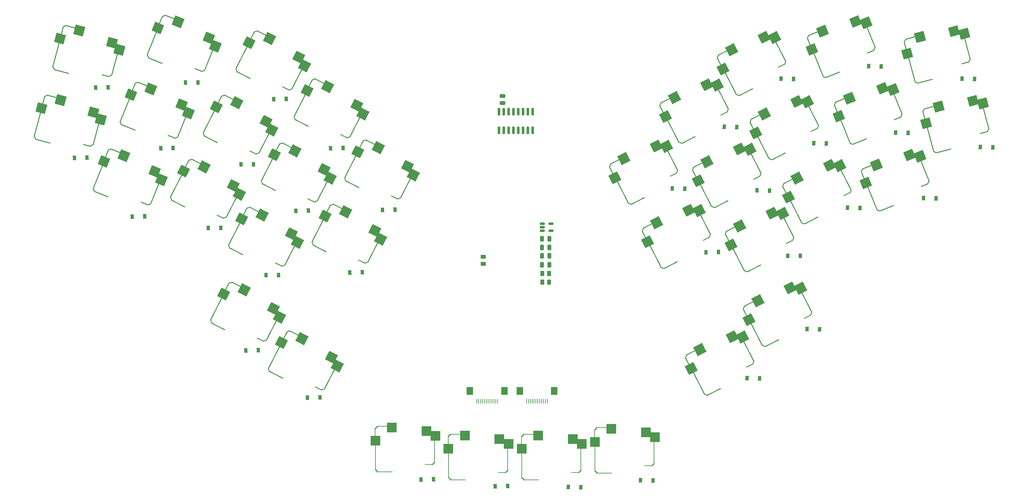
<source format=gbr>
%TF.GenerationSoftware,KiCad,Pcbnew,(6.0.4)*%
%TF.CreationDate,2022-10-17T18:10:13+02:00*%
%TF.ProjectId,Batreeq,42617472-6565-4712-9e6b-696361645f70,rev?*%
%TF.SameCoordinates,Original*%
%TF.FileFunction,Paste,Bot*%
%TF.FilePolarity,Positive*%
%FSLAX46Y46*%
G04 Gerber Fmt 4.6, Leading zero omitted, Abs format (unit mm)*
G04 Created by KiCad (PCBNEW (6.0.4)) date 2022-10-17 18:10:13*
%MOMM*%
%LPD*%
G01*
G04 APERTURE LIST*
G04 Aperture macros list*
%AMRoundRect*
0 Rectangle with rounded corners*
0 $1 Rounding radius*
0 $2 $3 $4 $5 $6 $7 $8 $9 X,Y pos of 4 corners*
0 Add a 4 corners polygon primitive as box body*
4,1,4,$2,$3,$4,$5,$6,$7,$8,$9,$2,$3,0*
0 Add four circle primitives for the rounded corners*
1,1,$1+$1,$2,$3*
1,1,$1+$1,$4,$5*
1,1,$1+$1,$6,$7*
1,1,$1+$1,$8,$9*
0 Add four rect primitives between the rounded corners*
20,1,$1+$1,$2,$3,$4,$5,0*
20,1,$1+$1,$4,$5,$6,$7,0*
20,1,$1+$1,$6,$7,$8,$9,0*
20,1,$1+$1,$8,$9,$2,$3,0*%
%AMRotRect*
0 Rectangle, with rotation*
0 The origin of the aperture is its center*
0 $1 length*
0 $2 width*
0 $3 Rotation angle, in degrees counterclockwise*
0 Add horizontal line*
21,1,$1,$2,0,0,$3*%
G04 Aperture macros list end*
%ADD10RoundRect,0.062500X-0.347636X-0.272877X0.410136X0.164623X0.347636X0.272877X-0.410136X-0.164623X0*%
%ADD11RotRect,7.000000X0.250000X75.000000*%
%ADD12RotRect,2.000000X0.250000X345.000000*%
%ADD13RotRect,2.550000X2.500000X345.000000*%
%ADD14RotRect,2.600000X2.600000X345.000000*%
%ADD15RotRect,3.000000X0.250000X165.000000*%
%ADD16RoundRect,0.062500X-0.272877X0.347636X0.164623X-0.410136X0.272877X-0.347636X-0.164623X0.410136X0*%
%ADD17RoundRect,0.062500X0.347636X0.272877X-0.410136X-0.164623X-0.347636X-0.272877X0.410136X0.164623X0*%
%ADD18RotRect,4.000000X0.250000X345.000000*%
%ADD19RotRect,7.000000X0.250000X255.000000*%
%ADD20RotRect,4.000000X0.250000X255.000000*%
%ADD21RotRect,2.550000X2.500000X27.000000*%
%ADD22RoundRect,0.062500X-0.075754X-0.435401X0.194636X0.396774X0.075754X0.435401X-0.194636X-0.396774X0*%
%ADD23RotRect,2.600000X2.600000X27.000000*%
%ADD24RotRect,7.000000X0.250000X117.000000*%
%ADD25RotRect,2.000000X0.250000X27.000000*%
%ADD26RotRect,7.000000X0.250000X297.000000*%
%ADD27RotRect,3.000000X0.250000X207.000000*%
%ADD28RoundRect,0.062500X-0.435401X0.075754X0.396774X-0.194636X0.435401X-0.075754X-0.396774X0.194636X0*%
%ADD29RoundRect,0.062500X0.075754X0.435401X-0.194636X-0.396774X-0.075754X-0.435401X0.194636X0.396774X0*%
%ADD30RotRect,4.000000X0.250000X27.000000*%
%ADD31RotRect,4.000000X0.250000X297.000000*%
%ADD32RotRect,2.600000X2.600000X15.000000*%
%ADD33RotRect,7.000000X0.250000X105.000000*%
%ADD34RotRect,2.000000X0.250000X15.000000*%
%ADD35RotRect,2.550000X2.500000X15.000000*%
%ADD36RoundRect,0.062500X-0.164623X-0.410136X0.272877X0.347636X0.164623X0.410136X-0.272877X-0.347636X0*%
%ADD37RotRect,4.000000X0.250000X15.000000*%
%ADD38RoundRect,0.062500X0.164623X0.410136X-0.272877X-0.347636X-0.164623X-0.410136X0.272877X0.347636X0*%
%ADD39RotRect,4.000000X0.250000X285.000000*%
%ADD40RotRect,3.000000X0.250000X195.000000*%
%ADD41RoundRect,0.062500X-0.410136X0.164623X0.347636X-0.272877X0.410136X-0.164623X-0.347636X0.272877X0*%
%ADD42RotRect,7.000000X0.250000X285.000000*%
%ADD43RotRect,7.000000X0.250000X63.000000*%
%ADD44RotRect,2.000000X0.250000X333.000000*%
%ADD45RoundRect,0.062500X-0.396774X-0.194636X0.435401X0.075754X0.396774X0.194636X-0.435401X-0.075754X0*%
%ADD46RotRect,2.550000X2.500000X333.000000*%
%ADD47RotRect,2.600000X2.600000X333.000000*%
%ADD48RotRect,7.000000X0.250000X243.000000*%
%ADD49RoundRect,0.062500X0.396774X0.194636X-0.435401X-0.075754X-0.396774X-0.194636X0.435401X0.075754X0*%
%ADD50RotRect,4.000000X0.250000X243.000000*%
%ADD51RotRect,3.000000X0.250000X153.000000*%
%ADD52RotRect,4.000000X0.250000X333.000000*%
%ADD53RoundRect,0.062500X-0.194636X0.396774X0.075754X-0.435401X0.194636X-0.396774X-0.075754X0.435401X0*%
%ADD54R,0.250000X7.000000*%
%ADD55R,2.550000X2.500000*%
%ADD56R,2.600000X2.600000*%
%ADD57RoundRect,0.062500X-0.265165X-0.353553X0.353553X0.265165X0.265165X0.353553X-0.353553X-0.265165X0*%
%ADD58R,2.000000X0.250000*%
%ADD59R,4.000000X0.250000*%
%ADD60RoundRect,0.062500X0.265165X0.353553X-0.353553X-0.265165X-0.265165X-0.353553X0.353553X0.265165X0*%
%ADD61R,0.250000X4.000000*%
%ADD62RoundRect,0.062500X-0.353553X0.265165X0.265165X-0.353553X0.353553X-0.265165X-0.265165X0.353553X0*%
%ADD63R,3.000000X0.250000*%
%ADD64RotRect,7.000000X0.250000X112.000000*%
%ADD65RotRect,2.600000X2.600000X22.000000*%
%ADD66RoundRect,0.062500X-0.113413X-0.427142X0.228476X0.378300X0.113413X0.427142X-0.228476X-0.378300X0*%
%ADD67RotRect,2.000000X0.250000X22.000000*%
%ADD68RotRect,2.550000X2.500000X22.000000*%
%ADD69RotRect,4.000000X0.250000X22.000000*%
%ADD70RoundRect,0.062500X-0.427142X0.113413X0.378300X-0.228476X0.427142X-0.113413X-0.378300X0.228476X0*%
%ADD71RotRect,4.000000X0.250000X292.000000*%
%ADD72RoundRect,0.062500X0.113413X0.427142X-0.228476X-0.378300X-0.113413X-0.427142X0.228476X0.378300X0*%
%ADD73RotRect,7.000000X0.250000X292.000000*%
%ADD74RotRect,3.000000X0.250000X202.000000*%
%ADD75RotRect,2.000000X0.250000X338.000000*%
%ADD76RotRect,7.000000X0.250000X68.000000*%
%ADD77RoundRect,0.062500X-0.378300X-0.228476X0.427142X0.113413X0.378300X0.228476X-0.427142X-0.113413X0*%
%ADD78RotRect,2.600000X2.600000X338.000000*%
%ADD79RotRect,2.550000X2.500000X338.000000*%
%ADD80RotRect,4.000000X0.250000X338.000000*%
%ADD81RotRect,4.000000X0.250000X248.000000*%
%ADD82RoundRect,0.062500X-0.228476X0.378300X0.113413X-0.427142X0.228476X-0.378300X-0.113413X0.427142X0*%
%ADD83RotRect,7.000000X0.250000X248.000000*%
%ADD84RoundRect,0.062500X0.378300X0.228476X-0.427142X-0.113413X-0.378300X-0.228476X0.427142X0.113413X0*%
%ADD85RotRect,3.000000X0.250000X158.000000*%
%ADD86RotRect,0.900000X1.200000X358.000000*%
%ADD87RoundRect,0.250000X0.250000X0.475000X-0.250000X0.475000X-0.250000X-0.475000X0.250000X-0.475000X0*%
%ADD88R,0.900000X1.200000*%
%ADD89R,0.280000X1.250000*%
%ADD90R,1.800000X2.000000*%
%ADD91RotRect,0.900000X1.200000X2.000000*%
%ADD92RoundRect,0.150000X0.150000X-0.825000X0.150000X0.825000X-0.150000X0.825000X-0.150000X-0.825000X0*%
%ADD93RoundRect,0.250000X0.262500X0.450000X-0.262500X0.450000X-0.262500X-0.450000X0.262500X-0.450000X0*%
%ADD94RoundRect,0.250000X-0.262500X-0.450000X0.262500X-0.450000X0.262500X0.450000X-0.262500X0.450000X0*%
%ADD95RotRect,0.900000X1.200000X1.000000*%
%ADD96RoundRect,0.250000X0.450000X-0.262500X0.450000X0.262500X-0.450000X0.262500X-0.450000X-0.262500X0*%
%ADD97RotRect,0.900000X1.200000X359.000000*%
%ADD98RoundRect,0.250000X-0.250000X-0.475000X0.250000X-0.475000X0.250000X0.475000X-0.250000X0.475000X0*%
%ADD99RoundRect,0.150000X-0.512500X-0.150000X0.512500X-0.150000X0.512500X0.150000X-0.512500X0.150000X0*%
%ADD100RoundRect,0.250000X0.475000X-0.250000X0.475000X0.250000X-0.475000X0.250000X-0.475000X-0.250000X0*%
G04 APERTURE END LIST*
D10*
%TO.C,SW7*%
X39010355Y-70066348D03*
D11*
X40264501Y-66510160D03*
D12*
X37727334Y-70022093D03*
D13*
X39405176Y-61298445D03*
D14*
X41407859Y-63215404D03*
D15*
X28682725Y-57168507D03*
D16*
X24030284Y-68060886D03*
D14*
X30824002Y-58098436D03*
D17*
X26897422Y-56989666D03*
D18*
X26129466Y-68922890D03*
D19*
X24722257Y-64354063D03*
D13*
X25741297Y-60270245D03*
D20*
X26031505Y-59096966D03*
%TD*%
D21*
%TO.C,SW26*%
X223252998Y-107690753D03*
D22*
X228826461Y-114470762D03*
D23*
X226023977Y-107775275D03*
D24*
X227378918Y-110988811D03*
D25*
X227843378Y-115296382D03*
D26*
X214386070Y-119786311D03*
D27*
X212521195Y-111796332D03*
D28*
X216352183Y-123004037D03*
D21*
X212410756Y-116069572D03*
D29*
X211074789Y-112858027D03*
D30*
X218488972Y-122240004D03*
D31*
X211841347Y-115003468D03*
D23*
X214734719Y-111054609D03*
%TD*%
D32*
%TO.C,SW34*%
X269227043Y-40578499D03*
D33*
X269884244Y-44003519D03*
D34*
X269442961Y-48313527D03*
D35*
X266534190Y-39919704D03*
D36*
X270576216Y-47710342D03*
D37*
X258849310Y-53160522D03*
D38*
X253547767Y-42442070D03*
D39*
X253851511Y-44700004D03*
D40*
X255183304Y-41704299D03*
D41*
X256600363Y-53463596D03*
D32*
X257502670Y-41439002D03*
D42*
X255346218Y-49907408D03*
D35*
X254186823Y-45861198D03*
%TD*%
D25*
%TO.C,SW21*%
X212570710Y-128154481D03*
D21*
X207980330Y-120548852D03*
D24*
X212106250Y-123846910D03*
D23*
X210751309Y-120633374D03*
D22*
X213553793Y-127328861D03*
D31*
X196568679Y-127861567D03*
D30*
X203216304Y-135098103D03*
D29*
X195802121Y-125716126D03*
D23*
X199462051Y-123912708D03*
D28*
X201079515Y-135862136D03*
D27*
X197248527Y-124654431D03*
D21*
X197138088Y-128927671D03*
D26*
X199113402Y-132644410D03*
%TD*%
D24*
%TO.C,SW25*%
X213997586Y-74301088D03*
D25*
X214462046Y-78608659D03*
D22*
X215445129Y-77783039D03*
D23*
X212642645Y-71087552D03*
D21*
X209871666Y-71003030D03*
D27*
X199139863Y-75108609D03*
D23*
X201353387Y-74366886D03*
D31*
X198460015Y-78315745D03*
D28*
X202970851Y-86316314D03*
D29*
X197693457Y-76170304D03*
D30*
X205107640Y-85552281D03*
D26*
X201004738Y-83098588D03*
D21*
X199029424Y-79381849D03*
%TD*%
D43*
%TO.C,SW4*%
X93363765Y-52066228D03*
D44*
X90151869Y-54973911D03*
D45*
X91397651Y-55283954D03*
D46*
X93606795Y-46789738D03*
D47*
X95167155Y-49081188D03*
X85878459Y-41875530D03*
D48*
X78609433Y-46725834D03*
D49*
X82268211Y-39974608D03*
D50*
X80983084Y-41855824D03*
D51*
X83977316Y-40520726D03*
D52*
X79035980Y-51487395D03*
D46*
X80455278Y-42943127D03*
D53*
X77161890Y-50207784D03*
%TD*%
D45*
%TO.C,SW8*%
X106745769Y-67948576D03*
D46*
X108954913Y-59454360D03*
D44*
X105499987Y-67638533D03*
D43*
X108711883Y-64730850D03*
D47*
X110515273Y-61745810D03*
D48*
X93957551Y-59390456D03*
D46*
X95803396Y-55607749D03*
D51*
X99325434Y-53185348D03*
D47*
X101226577Y-54540152D03*
D50*
X96331202Y-54520446D03*
D52*
X94384098Y-64152017D03*
D49*
X97616329Y-52639230D03*
D53*
X92510008Y-62872406D03*
%TD*%
D54*
%TO.C,SW22*%
X168064279Y-152317797D03*
D55*
X165885344Y-147506077D03*
D56*
X168315932Y-148839385D03*
D57*
X167773276Y-156077409D03*
D58*
X166522520Y-156366732D03*
D59*
X155035344Y-158306732D03*
D54*
X152493585Y-154257797D03*
D60*
X152688588Y-146581361D03*
D61*
X152397585Y-148840973D03*
D56*
X156768343Y-146636077D03*
D62*
X152784588Y-158017409D03*
D63*
X154459344Y-146292038D03*
D55*
X152420932Y-150049385D03*
%TD*%
D54*
%TO.C,SW27*%
X187368281Y-150539798D03*
D57*
X187077278Y-154299410D03*
D56*
X187619934Y-147061386D03*
D55*
X185189346Y-145728078D03*
D58*
X185826522Y-154588733D03*
D62*
X172088590Y-156239410D03*
D61*
X171701587Y-147062974D03*
D54*
X171797587Y-152479798D03*
D63*
X173763346Y-144514039D03*
D55*
X171724934Y-148271386D03*
D59*
X174339346Y-156528733D03*
D60*
X171992590Y-144803362D03*
D56*
X176072345Y-144858078D03*
%TD*%
D64*
%TO.C,SW33*%
X251484253Y-58608961D03*
D65*
X250414546Y-55289562D03*
D66*
X252622816Y-62203823D03*
D67*
X251571516Y-62940620D03*
D68*
X247661478Y-54963855D03*
D65*
X238882434Y-57572493D03*
D69*
X241647530Y-69042529D03*
D70*
X239452282Y-69617421D03*
D71*
X235655906Y-61254152D03*
D72*
X235079254Y-59050065D03*
D68*
X236130232Y-62365826D03*
D73*
X237774094Y-66240582D03*
D74*
X236612689Y-58118472D03*
%TD*%
D44*
%TO.C,SW16*%
X98765506Y-134113482D03*
D47*
X103780792Y-128220759D03*
D43*
X101977402Y-131205799D03*
D45*
X100011288Y-134423525D03*
D46*
X102220432Y-125929309D03*
X89068915Y-122082698D03*
D52*
X87649617Y-130626966D03*
D49*
X90881848Y-119114179D03*
D47*
X94492096Y-121015101D03*
D51*
X92590953Y-119660297D03*
D53*
X85775527Y-129347355D03*
D48*
X87223070Y-125865405D03*
D50*
X89596721Y-120995395D03*
%TD*%
D24*
%TO.C,SW28*%
X220508925Y-44786433D03*
D25*
X220973385Y-49094004D03*
D21*
X216383005Y-41488375D03*
D23*
X219153984Y-41572897D03*
D22*
X221956468Y-48268384D03*
D23*
X207864726Y-44852231D03*
D28*
X209482190Y-56801659D03*
D27*
X205651202Y-45593954D03*
D31*
X204971354Y-48801090D03*
D26*
X207516077Y-53583933D03*
D30*
X211618979Y-56037626D03*
D21*
X205540763Y-49867194D03*
D29*
X204204796Y-46655649D03*
%TD*%
D43*
%TO.C,SW5*%
X84737949Y-68995352D03*
D45*
X82771835Y-72213078D03*
D46*
X84980979Y-63718862D03*
D44*
X81526053Y-71903035D03*
D47*
X86541339Y-66010312D03*
D50*
X72357268Y-58784948D03*
D53*
X68536074Y-67136908D03*
D51*
X75351500Y-57449850D03*
D48*
X69983617Y-63654958D03*
D46*
X71829462Y-59872251D03*
D52*
X70410164Y-68416519D03*
D49*
X73642395Y-56903732D03*
D47*
X77252643Y-58804654D03*
%TD*%
D44*
%TO.C,SW15*%
X88248348Y-101496783D03*
D47*
X93263634Y-95604060D03*
D45*
X89494130Y-101806826D03*
D43*
X91460244Y-98589100D03*
D46*
X91703274Y-93312610D03*
D49*
X80364690Y-86497480D03*
D52*
X77132459Y-98010267D03*
D51*
X82073795Y-87043598D03*
D53*
X75258369Y-96730656D03*
D50*
X79079563Y-88378696D03*
D47*
X83974938Y-88398402D03*
D46*
X78551757Y-89465999D03*
D48*
X76705912Y-93248706D03*
%TD*%
D34*
%TO.C,SW31*%
X274369185Y-66673575D03*
D36*
X275502440Y-66070390D03*
D35*
X271460414Y-58279752D03*
D32*
X274153267Y-58938547D03*
D33*
X274810468Y-62363567D03*
D42*
X260272442Y-68267456D03*
D32*
X262428894Y-59799050D03*
D38*
X258473991Y-60802118D03*
D35*
X259113047Y-64221246D03*
D39*
X258777735Y-63060052D03*
D37*
X263775534Y-71520570D03*
D41*
X261526587Y-71823644D03*
D40*
X260109528Y-60064347D03*
%TD*%
D22*
%TO.C,SW23*%
X239208105Y-82126631D03*
D25*
X238225022Y-82952251D03*
D24*
X237760562Y-78644680D03*
D23*
X236405621Y-75431144D03*
D21*
X233634642Y-75346622D03*
D29*
X221456433Y-80513896D03*
D28*
X226733827Y-90659906D03*
D26*
X224767714Y-87442180D03*
D31*
X222222991Y-82659337D03*
D27*
X222902839Y-79452201D03*
D23*
X225116363Y-78710478D03*
D21*
X222792400Y-83725441D03*
D30*
X228870616Y-89895873D03*
%TD*%
D75*
%TO.C,SW6*%
X52905360Y-85407570D03*
D76*
X55851612Y-82231017D03*
D77*
X54173424Y-85607856D03*
D78*
X57387977Y-79100160D03*
D79*
X55633841Y-76953424D03*
D80*
X41527900Y-82903135D03*
D81*
X42628148Y-73138515D03*
D79*
X42197116Y-74267681D03*
D82*
X39549417Y-81791732D03*
D83*
X40687980Y-78196869D03*
D84*
X43744427Y-71152451D03*
D78*
X47506613Y-72731486D03*
D85*
X45494626Y-71547532D03*
%TD*%
D54*
%TO.C,SW12*%
X129458693Y-150197799D03*
D55*
X127279758Y-145386079D03*
D57*
X129167690Y-153957411D03*
D56*
X129710346Y-146719387D03*
D58*
X127916934Y-154246734D03*
D55*
X113815346Y-147929387D03*
D56*
X118162757Y-144516079D03*
D63*
X115853758Y-144172040D03*
D62*
X114179002Y-155897411D03*
D59*
X116429758Y-156186734D03*
D61*
X113791999Y-146720975D03*
D54*
X113887999Y-152137799D03*
D60*
X114083002Y-144461363D03*
%TD*%
D78*
%TO.C,SW1*%
X71623026Y-43867174D03*
D76*
X70086661Y-46998031D03*
D77*
X68408473Y-50374870D03*
D79*
X69868890Y-41720438D03*
D75*
X67140409Y-50174584D03*
D79*
X56432165Y-39034695D03*
D85*
X59729675Y-36314546D03*
D83*
X54923029Y-42963883D03*
D84*
X57979476Y-35919465D03*
D80*
X55762949Y-47670149D03*
D78*
X61741662Y-37498500D03*
D82*
X53784466Y-46558746D03*
D81*
X56863197Y-37905529D03*
%TD*%
D46*
%TO.C,SW11*%
X86947762Y-113071206D03*
D44*
X83492836Y-121255379D03*
D47*
X88508122Y-115362656D03*
D43*
X86704732Y-118347696D03*
D45*
X84738618Y-121565422D03*
D49*
X75609178Y-106256076D03*
D47*
X79219426Y-108156998D03*
D50*
X74324051Y-108137292D03*
D51*
X77318283Y-106802194D03*
D52*
X72376947Y-117768863D03*
D48*
X71950400Y-113007302D03*
D53*
X70502857Y-116489252D03*
D46*
X73796245Y-109224595D03*
%TD*%
D21*
%TO.C,SW19*%
X196520066Y-87120722D03*
D25*
X201110446Y-94726351D03*
D23*
X199291045Y-87205244D03*
D24*
X200645986Y-90418780D03*
D22*
X202093529Y-93900731D03*
D28*
X189619251Y-102434006D03*
D23*
X188001787Y-90484578D03*
D26*
X187653138Y-99216280D03*
D30*
X191756040Y-101669973D03*
D21*
X185677824Y-95499541D03*
D31*
X185108415Y-94433437D03*
D29*
X184341857Y-92287996D03*
D27*
X185788263Y-91226301D03*
%TD*%
D14*
%TO.C,SW3*%
X46317910Y-44845013D03*
D13*
X44315227Y-42928054D03*
D12*
X42637385Y-51651702D03*
D10*
X43920406Y-51695957D03*
D11*
X45174552Y-48139769D03*
D18*
X31039517Y-50552499D03*
D20*
X30941556Y-40726575D03*
D13*
X30651348Y-41899854D03*
D17*
X31807473Y-38619275D03*
D14*
X35734053Y-39728045D03*
D15*
X33592776Y-38798116D03*
D16*
X28940335Y-49690495D03*
D19*
X29632308Y-45983672D03*
%TD*%
D46*
%TO.C,SW10*%
X76355157Y-80647987D03*
D43*
X76112127Y-85924477D03*
D47*
X77915517Y-82939437D03*
D45*
X74146013Y-89142203D03*
D44*
X72900231Y-88832160D03*
D53*
X59910252Y-84066033D03*
D46*
X63203640Y-76801376D03*
D52*
X61784342Y-85345644D03*
D49*
X65016573Y-73832857D03*
D50*
X63731446Y-75714073D03*
D48*
X61357795Y-80584083D03*
D47*
X68626821Y-75733779D03*
D51*
X66725678Y-74378975D03*
%TD*%
D66*
%TO.C,SW32*%
X245505292Y-44587332D03*
D68*
X240543954Y-37347364D03*
D67*
X244453992Y-45324129D03*
D65*
X243297022Y-37673071D03*
D64*
X244366729Y-40992470D03*
D72*
X227961730Y-41433574D03*
D68*
X229012708Y-44749335D03*
D69*
X234530006Y-51426038D03*
D73*
X230656570Y-48624091D03*
D74*
X229495165Y-40501981D03*
D71*
X228538382Y-43637661D03*
D70*
X232334758Y-52000930D03*
D65*
X231764910Y-39956002D03*
%TD*%
D47*
%TO.C,SW9*%
X101889451Y-78674935D03*
D45*
X98119947Y-84877701D03*
D46*
X100329091Y-76383485D03*
D43*
X100086061Y-81659975D03*
D44*
X96874165Y-84567658D03*
D48*
X85331729Y-76319581D03*
D53*
X83884186Y-79801531D03*
D49*
X88990507Y-69568355D03*
D47*
X92600755Y-71469277D03*
D52*
X85758276Y-81081142D03*
D46*
X87177574Y-72536874D03*
D50*
X87705380Y-71449571D03*
D51*
X90699612Y-70114473D03*
%TD*%
D47*
%TO.C,SW13*%
X123866873Y-77863504D03*
D44*
X118851587Y-83756227D03*
D46*
X122306513Y-75572054D03*
D43*
X122063483Y-80848544D03*
D45*
X120097369Y-84066270D03*
D47*
X114578177Y-70657846D03*
D49*
X110967929Y-68756924D03*
D52*
X107735698Y-80269711D03*
D46*
X109154996Y-71725443D03*
D53*
X105861608Y-78990100D03*
D51*
X112677034Y-69303042D03*
D48*
X107309151Y-75508150D03*
D50*
X109682802Y-70638140D03*
%TD*%
D25*
%TO.C,SW18*%
X192484628Y-77797226D03*
D24*
X192020168Y-73489655D03*
D21*
X187894248Y-70191597D03*
D23*
X190665227Y-70276119D03*
D22*
X193467711Y-76971606D03*
D26*
X179027320Y-82287155D03*
D23*
X179375969Y-73555453D03*
D28*
X180993433Y-85504881D03*
D31*
X176482597Y-77504312D03*
D21*
X177052006Y-78570416D03*
D30*
X183130222Y-84740848D03*
D27*
X177162445Y-74297176D03*
D29*
X175716039Y-75358871D03*
%TD*%
D21*
%TO.C,SW24*%
X201245851Y-54073905D03*
D24*
X205371771Y-57371963D03*
D22*
X206819314Y-60853914D03*
D23*
X204016830Y-54158427D03*
D25*
X205836231Y-61679534D03*
D23*
X192727572Y-57437761D03*
D30*
X196481825Y-68623156D03*
D28*
X194345036Y-69387189D03*
D26*
X192378923Y-66169463D03*
D29*
X189067642Y-59241179D03*
D21*
X190403609Y-62452724D03*
D31*
X189834200Y-61386620D03*
D27*
X190514048Y-58179484D03*
%TD*%
D55*
%TO.C,SW17*%
X146559756Y-147502770D03*
D54*
X148738691Y-152314490D03*
D56*
X148990344Y-148836078D03*
D57*
X148447688Y-156074102D03*
D58*
X147196932Y-156363425D03*
D62*
X133459000Y-158014102D03*
D60*
X133363000Y-146578054D03*
D59*
X135709756Y-158303425D03*
D55*
X133095344Y-150046078D03*
D63*
X135133756Y-146288731D03*
D56*
X137442755Y-146632770D03*
D61*
X133071997Y-148837666D03*
D54*
X133167997Y-154254490D03*
%TD*%
D25*
%TO.C,SW29*%
X229599205Y-66023130D03*
D22*
X230582288Y-65197510D03*
D23*
X227779804Y-58502023D03*
D21*
X225008825Y-58417501D03*
D24*
X229134745Y-61715559D03*
D30*
X220244799Y-72966752D03*
D28*
X218108010Y-73730785D03*
D29*
X212830616Y-63584775D03*
D21*
X214166583Y-66796320D03*
D26*
X216141897Y-70513059D03*
D27*
X214277022Y-62523080D03*
D23*
X216490546Y-61781357D03*
D31*
X213597174Y-65730216D03*
%TD*%
D68*
%TO.C,SW30*%
X254779003Y-72580350D03*
D65*
X257532071Y-72906057D03*
D66*
X259740341Y-79820318D03*
D67*
X258689041Y-80557115D03*
D64*
X258601778Y-76225456D03*
D72*
X242196779Y-76666560D03*
D71*
X242773431Y-78870647D03*
D73*
X244891619Y-83857077D03*
D68*
X243247757Y-79982321D03*
D74*
X243730214Y-75734967D03*
D69*
X248765055Y-86659024D03*
D70*
X246569807Y-87233916D03*
D65*
X245999959Y-75188988D03*
%TD*%
D77*
%TO.C,SW2*%
X61291238Y-67991771D03*
D78*
X64505791Y-61484075D03*
D79*
X62751655Y-59337339D03*
D75*
X60023174Y-67791485D03*
D76*
X62969426Y-64614932D03*
D83*
X47805794Y-60580784D03*
D85*
X52612440Y-53931447D03*
D82*
X46667231Y-64175647D03*
D84*
X50862241Y-53536366D03*
D80*
X48645714Y-65287050D03*
D81*
X49745962Y-55522430D03*
D78*
X54624427Y-55115401D03*
D79*
X49314930Y-56651596D03*
%TD*%
D24*
%TO.C,SW20*%
X222623406Y-91230214D03*
D23*
X221268465Y-88016678D03*
D21*
X218497486Y-87932156D03*
D25*
X223087866Y-95537785D03*
D22*
X224070949Y-94712165D03*
D30*
X213733460Y-102481407D03*
D26*
X209630558Y-100027714D03*
D28*
X211596671Y-103245440D03*
D31*
X207085835Y-95244871D03*
D23*
X209979207Y-91296012D03*
D29*
X206319277Y-93099430D03*
D21*
X207655244Y-96310975D03*
D27*
X207765683Y-92037735D03*
%TD*%
D45*
%TO.C,SW14*%
X111471548Y-100995392D03*
D43*
X113437662Y-97777666D03*
D44*
X110225766Y-100685349D03*
D47*
X115241052Y-94792626D03*
D46*
X113680692Y-92501176D03*
D48*
X98683330Y-92437272D03*
D49*
X102342108Y-85686046D03*
D52*
X99109877Y-97198833D03*
D47*
X105952356Y-87586968D03*
D53*
X97235787Y-95919222D03*
D51*
X104051213Y-86232164D03*
D46*
X100529175Y-88654565D03*
D50*
X101056981Y-87567262D03*
%TD*%
D86*
%TO.C,D29*%
X229514351Y-69424494D03*
X232812341Y-69539662D03*
%TD*%
D87*
%TO.C,C4*%
X159731275Y-94694077D03*
X157831275Y-94694077D03*
%TD*%
D88*
%TO.C,D15*%
X84987344Y-104280078D03*
X88287344Y-104280078D03*
%TD*%
D89*
%TO.C,J2*%
X140571655Y-137534000D03*
X141071655Y-137534000D03*
X141571655Y-137534000D03*
X142071655Y-137534000D03*
X142571655Y-137534000D03*
X143071655Y-137534000D03*
X143571655Y-137534000D03*
X144071655Y-137534000D03*
X144571655Y-137534000D03*
X145071655Y-137534000D03*
X145571655Y-137534000D03*
X146071655Y-137534000D03*
D90*
X147871655Y-134810000D03*
X138771655Y-134810000D03*
%TD*%
D91*
%TO.C,D3*%
X40030349Y-54807663D03*
X43328339Y-54692495D03*
%TD*%
D86*
%TO.C,D23*%
X238404351Y-86442493D03*
X241702341Y-86557661D03*
%TD*%
D92*
%TO.C,U2*%
X155344347Y-66115078D03*
X154074347Y-66115078D03*
X152804347Y-66115078D03*
X151534347Y-66115078D03*
X150264347Y-66115078D03*
X148994347Y-66115078D03*
X147724347Y-66115078D03*
X146454347Y-66115078D03*
X146454347Y-61165078D03*
X147724347Y-61165078D03*
X148994347Y-61165078D03*
X150264347Y-61165078D03*
X151534347Y-61165078D03*
X152804347Y-61165078D03*
X154074347Y-61165078D03*
X155344347Y-61165078D03*
%TD*%
D88*
%TO.C,D10*%
X69747345Y-91834079D03*
X73047345Y-91834079D03*
%TD*%
D91*
%TO.C,D9*%
X92862349Y-87319663D03*
X96160339Y-87204495D03*
%TD*%
D89*
%TO.C,J1*%
X153713000Y-137528076D03*
X154213000Y-137528076D03*
X154713000Y-137528076D03*
X155213000Y-137528076D03*
X155713000Y-137528076D03*
X156213000Y-137528076D03*
X156713000Y-137528076D03*
X157213000Y-137528076D03*
X157713000Y-137528076D03*
X158213000Y-137528076D03*
X158713000Y-137528076D03*
X159213000Y-137528076D03*
D90*
X161013000Y-134804076D03*
X151913000Y-134804076D03*
%TD*%
D86*
%TO.C,D22*%
X164744351Y-160102494D03*
X168042341Y-160217662D03*
%TD*%
D93*
%TO.C,R1*%
X159693773Y-106124078D03*
X157868773Y-106124078D03*
%TD*%
D94*
%TO.C,R2*%
X157868776Y-103838079D03*
X159693776Y-103838079D03*
%TD*%
D95*
%TO.C,D19*%
X201065594Y-98212874D03*
X204365092Y-98155282D03*
%TD*%
D86*
%TO.C,D21*%
X211937336Y-131407167D03*
X215235326Y-131522335D03*
%TD*%
%TO.C,D27*%
X183794348Y-158324495D03*
X187092338Y-158439663D03*
%TD*%
D96*
%TO.C,R3*%
X142330000Y-101270500D03*
X142330000Y-99445500D03*
%TD*%
D91*
%TO.C,D16*%
X95910350Y-136595663D03*
X99208340Y-136480495D03*
%TD*%
D86*
%TO.C,D24*%
X205892350Y-65106492D03*
X209190340Y-65221660D03*
%TD*%
D91*
%TO.C,D17*%
X145440350Y-159963662D03*
X148738340Y-159848494D03*
%TD*%
D86*
%TO.C,D30*%
X258470351Y-83902495D03*
X261768341Y-84017663D03*
%TD*%
D91*
%TO.C,D7*%
X34442351Y-73349662D03*
X37740341Y-73234494D03*
%TD*%
D97*
%TO.C,D25*%
X214527595Y-81899282D03*
X217827093Y-81956874D03*
%TD*%
D88*
%TO.C,D20*%
X222655344Y-99200079D03*
X225955344Y-99200079D03*
%TD*%
D91*
%TO.C,D6*%
X49682351Y-88843661D03*
X52980341Y-88728493D03*
%TD*%
%TO.C,D14*%
X107086349Y-103575663D03*
X110384339Y-103460495D03*
%TD*%
D86*
%TO.C,D34*%
X268630351Y-52406494D03*
X271928341Y-52521662D03*
%TD*%
D88*
%TO.C,D5*%
X78383344Y-75070078D03*
X81683344Y-75070078D03*
%TD*%
D98*
%TO.C,C3*%
X157831276Y-96980079D03*
X159731276Y-96980079D03*
%TD*%
D91*
%TO.C,D2*%
X57169087Y-70809662D03*
X60467077Y-70694494D03*
%TD*%
D86*
%TO.C,D18*%
X192176352Y-81362494D03*
X195474342Y-81477662D03*
%TD*%
D91*
%TO.C,D12*%
X125882351Y-158185662D03*
X129180341Y-158070494D03*
%TD*%
D88*
%TO.C,D1*%
X63718000Y-53495000D03*
X67018000Y-53495000D03*
%TD*%
D86*
%TO.C,D32*%
X243992349Y-49104494D03*
X247290339Y-49219662D03*
%TD*%
D91*
%TO.C,D4*%
X87020351Y-57855661D03*
X90318341Y-57740493D03*
%TD*%
D86*
%TO.C,D28*%
X220878350Y-52406495D03*
X224176340Y-52521663D03*
%TD*%
%TO.C,D26*%
X227736350Y-118446495D03*
X231034340Y-118561663D03*
%TD*%
D99*
%TO.C,U3*%
X157897773Y-92596077D03*
X157897773Y-91646077D03*
X157897773Y-90696077D03*
X160172773Y-90696077D03*
X160172773Y-92596077D03*
%TD*%
D86*
%TO.C,D31*%
X273456351Y-70440495D03*
X276754341Y-70555663D03*
%TD*%
D91*
%TO.C,D13*%
X115722347Y-87065661D03*
X119020337Y-86950493D03*
%TD*%
D100*
%TO.C,C5*%
X147410000Y-58890000D03*
X147410000Y-56990000D03*
%TD*%
D98*
%TO.C,C1*%
X157831275Y-101552078D03*
X159731275Y-101552078D03*
%TD*%
D91*
%TO.C,D8*%
X102006349Y-70809662D03*
X105304339Y-70694494D03*
%TD*%
D98*
%TO.C,C2*%
X157831274Y-99185257D03*
X159731274Y-99185257D03*
%TD*%
D91*
%TO.C,D11*%
X79654352Y-124149661D03*
X82952342Y-124034493D03*
%TD*%
D86*
%TO.C,D33*%
X251104348Y-66630495D03*
X254402338Y-66745663D03*
%TD*%
M02*

</source>
